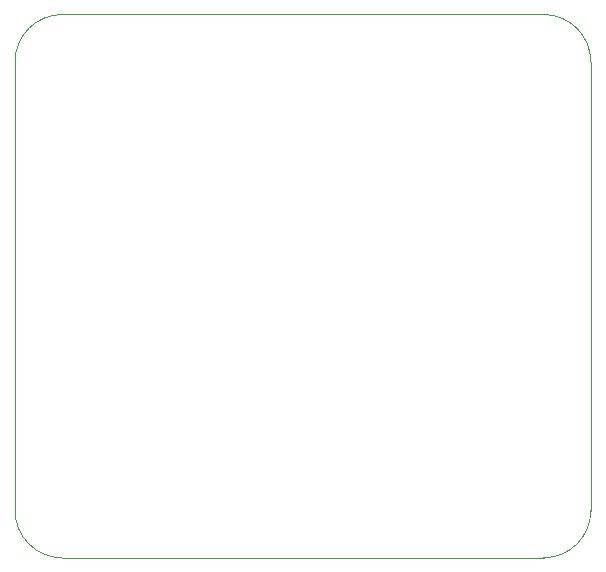
<source format=gbr>
%TF.GenerationSoftware,KiCad,Pcbnew,(6.0.8)*%
%TF.CreationDate,2023-04-06T01:33:44-05:00*%
%TF.ProjectId,ArmPCB_fixed_mosfet_pins,41726d50-4342-45f6-9669-7865645f6d6f,rev?*%
%TF.SameCoordinates,Original*%
%TF.FileFunction,Profile,NP*%
%FSLAX46Y46*%
G04 Gerber Fmt 4.6, Leading zero omitted, Abs format (unit mm)*
G04 Created by KiCad (PCBNEW (6.0.8)) date 2023-04-06 01:33:44*
%MOMM*%
%LPD*%
G01*
G04 APERTURE LIST*
%TA.AperFunction,Profile*%
%ADD10C,0.100000*%
%TD*%
G04 APERTURE END LIST*
D10*
X124750000Y-62500000D02*
G75*
G03*
X120750000Y-58500000I-4000000J0D01*
G01*
X120750000Y-104500000D02*
G75*
G03*
X124750000Y-100500000I0J4000000D01*
G01*
X76000000Y-62500000D02*
X76000000Y-100500000D01*
X80000000Y-58500000D02*
G75*
G03*
X76000000Y-62500000I0J-4000000D01*
G01*
X76000000Y-100500000D02*
G75*
G03*
X80000000Y-104500000I4000000J0D01*
G01*
X120750000Y-58500000D02*
X80000000Y-58500000D01*
X124750000Y-62500000D02*
X124750000Y-100500000D01*
X120750000Y-104500000D02*
X80000000Y-104500000D01*
M02*

</source>
